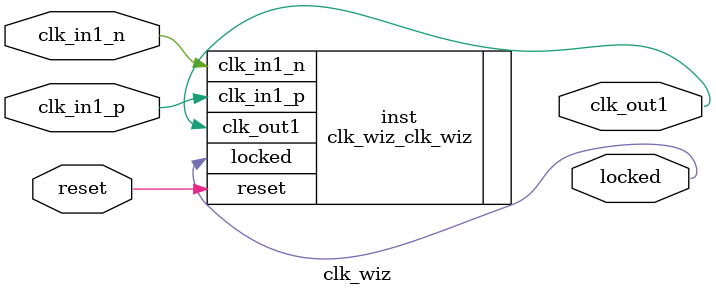
<source format=v>


`timescale 1ps/1ps

(* CORE_GENERATION_INFO = "clk_wiz,clk_wiz_v6_0_3_0_0,{component_name=clk_wiz,use_phase_alignment=true,use_min_o_jitter=false,use_max_i_jitter=false,use_dyn_phase_shift=false,use_inclk_switchover=false,use_dyn_reconfig=false,enable_axi=0,feedback_source=FDBK_AUTO,PRIMITIVE=MMCM,num_out_clk=1,clkin1_period=5.000,clkin2_period=10.0,use_power_down=false,use_reset=true,use_locked=true,use_inclk_stopped=false,feedback_type=SINGLE,CLOCK_MGR_TYPE=NA,manual_override=false}" *)

module clk_wiz 
 (
  // Clock out ports
  output        clk_out1,
  // Status and control signals
  input         reset,
  output        locked,
 // Clock in ports
  input         clk_in1_p,
  input         clk_in1_n
 );

  clk_wiz_clk_wiz inst
  (
  // Clock out ports  
  .clk_out1(clk_out1),
  // Status and control signals               
  .reset(reset), 
  .locked(locked),
 // Clock in ports
  .clk_in1_p(clk_in1_p),
  .clk_in1_n(clk_in1_n)
  );

endmodule

</source>
